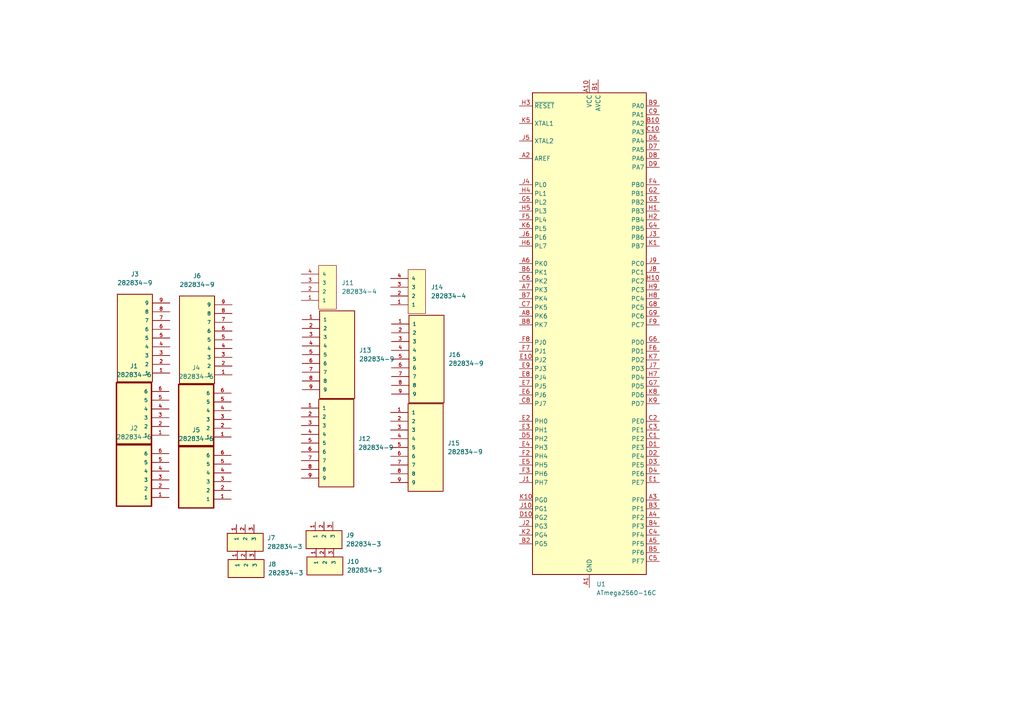
<source format=kicad_sch>
(kicad_sch (version 20211123) (generator eeschema)
  (paper "A4")
  (lib_symbols
    (symbol "MCU_Microchip_ATmega:ATmega2560-16C"
      (property "Reference" "U" (at 0 1.27 0))
      (property "Value" "ATmega2560-16C" (at 0 -1.27 0))
      (symbol "ATmega2560-16C_0_1"
        (rectangle (start -16.51 -69.85) (end 16.51 69.85) (stroke (width 0.254)) (fill (type background)))
      )
      (symbol "ATmega2560-16C_1_1"
        (pin power_in line (at 0 -73.66 90) (length 3.81) (name "GND") (number "A1"))
        (pin power_in line (at 0 73.66 270) (length 3.81) (name "VCC") (number "A10"))
        (pin passive line (at -20.32 50.8 0) (length 3.81) (name "AREF") (number "A2"))
        (pin bidirectional line (at 20.32 -48.26 180) (length 3.81) (name "PF0") (number "A3"))
        (pin bidirectional line (at 20.32 -53.34 180) (length 3.81) (name "PF2") (number "A4"))
        (pin bidirectional line (at 20.32 -60.96 180) (length 3.81) (name "PF5") (number "A5"))
        (pin bidirectional line (at -20.32 20.32 0) (length 3.81) (name "PK0") (number "A6"))
        (pin bidirectional line (at -20.32 12.7 0) (length 3.81) (name "PK3") (number "A7"))
        (pin bidirectional line (at -20.32 5.08 0) (length 3.81) (name "PK6") (number "A8"))
        (pin passive line (at 0 -73.66 90) (length 3.81) hide (name "GND") (number "A9"))
        (pin power_in line (at 2.54 73.66 270) (length 3.81) (name "AVCC") (number "B1"))
        (pin bidirectional line (at 20.32 60.96 180) (length 3.81) (name "PA2") (number "B10"))
        (pin bidirectional line (at -20.32 -60.96 0) (length 3.81) (name "PG5") (number "B2"))
        (pin bidirectional line (at 20.32 -50.8 180) (length 3.81) (name "PF1") (number "B3"))
        (pin bidirectional line (at 20.32 -55.88 180) (length 3.81) (name "PF3") (number "B4"))
        (pin bidirectional line (at 20.32 -63.5 180) (length 3.81) (name "PF6") (number "B5"))
        (pin bidirectional line (at -20.32 17.78 0) (length 3.81) (name "PK1") (number "B6"))
        (pin bidirectional line (at -20.32 10.16 0) (length 3.81) (name "PK4") (number "B7"))
        (pin bidirectional line (at -20.32 2.54 0) (length 3.81) (name "PK7") (number "B8"))
        (pin bidirectional line (at 20.32 66.04 180) (length 3.81) (name "PA0") (number "B9"))
        (pin bidirectional line (at 20.32 -30.48 180) (length 3.81) (name "PE2") (number "C1"))
        (pin bidirectional line (at 20.32 58.42 180) (length 3.81) (name "PA3") (number "C10"))
        (pin bidirectional line (at 20.32 -25.4 180) (length 3.81) (name "PE0") (number "C2"))
        (pin bidirectional line (at 20.32 -27.94 180) (length 3.81) (name "PE1") (number "C3"))
        (pin bidirectional line (at 20.32 -58.42 180) (length 3.81) (name "PF4") (number "C4"))
        (pin bidirectional line (at 20.32 -66.04 180) (length 3.81) (name "PF7") (number "C5"))
        (pin bidirectional line (at -20.32 15.24 0) (length 3.81) (name "PK2") (number "C6"))
        (pin bidirectional line (at -20.32 7.62 0) (length 3.81) (name "PK5") (number "C7"))
        (pin bidirectional line (at -20.32 -20.32 0) (length 3.81) (name "PJ7") (number "C8"))
        (pin bidirectional line (at 20.32 63.5 180) (length 3.81) (name "PA1") (number "C9"))
        (pin bidirectional line (at 20.32 -33.02 180) (length 3.81) (name "PE3") (number "D1"))
        (pin bidirectional line (at -20.32 -53.34 0) (length 3.81) (name "PG2") (number "D10"))
        (pin bidirectional line (at 20.32 -35.56 180) (length 3.81) (name "PE4") (number "D2"))
        (pin bidirectional line (at 20.32 -38.1 180) (length 3.81) (name "PE5") (number "D3"))
        (pin bidirectional line (at 20.32 -40.64 180) (length 3.81) (name "PE6") (number "D4"))
        (pin bidirectional line (at -20.32 -30.48 0) (length 3.81) (name "PH2") (number "D5"))
        (pin bidirectional line (at 20.32 55.88 180) (length 3.81) (name "PA4") (number "D6"))
        (pin bidirectional line (at 20.32 53.34 180) (length 3.81) (name "PA5") (number "D7"))
        (pin bidirectional line (at 20.32 50.8 180) (length 3.81) (name "PA6") (number "D8"))
        (pin bidirectional line (at 20.32 48.26 180) (length 3.81) (name "PA7") (number "D9"))
        (pin bidirectional line (at 20.32 -43.18 180) (length 3.81) (name "PE7") (number "E1"))
        (pin bidirectional line (at -20.32 -7.62 0) (length 3.81) (name "PJ2") (number "E10"))
        (pin bidirectional line (at -20.32 -25.4 0) (length 3.81) (name "PH0") (number "E2"))
        (pin bidirectional line (at -20.32 -27.94 0) (length 3.81) (name "PH1") (number "E3"))
        (pin bidirectional line (at -20.32 -33.02 0) (length 3.81) (name "PH3") (number "E4"))
        (pin bidirectional line (at -20.32 -38.1 0) (length 3.81) (name "PH5") (number "E5"))
        (pin bidirectional line (at -20.32 -17.78 0) (length 3.81) (name "PJ6") (number "E6"))
        (pin bidirectional line (at -20.32 -15.24 0) (length 3.81) (name "PJ5") (number "E7"))
        (pin bidirectional line (at -20.32 -12.7 0) (length 3.81) (name "PJ4") (number "E8"))
        (pin bidirectional line (at -20.32 -10.16 0) (length 3.81) (name "PJ3") (number "E9"))
        (pin passive line (at 0 73.66 270) (length 3.81) hide (name "VCC") (number "F1"))
        (pin passive line (at 0 -73.66 90) (length 3.81) hide (name "GND") (number "F10"))
        (pin bidirectional line (at -20.32 -35.56 0) (length 3.81) (name "PH4") (number "F2"))
        (pin bidirectional line (at -20.32 -40.64 0) (length 3.81) (name "PH6") (number "F3"))
        (pin bidirectional line (at 20.32 43.18 180) (length 3.81) (name "PB0") (number "F4"))
        (pin bidirectional line (at -20.32 33.02 0) (length 3.81) (name "PL4") (number "F5"))
        (pin bidirectional line (at 20.32 -5.08 180) (length 3.81) (name "PD1") (number "F6"))
        (pin bidirectional line (at -20.32 -5.08 0) (length 3.81) (name "PJ1") (number "F7"))
        (pin bidirectional line (at -20.32 -2.54 0) (length 3.81) (name "PJ0") (number "F8"))
        (pin bidirectional line (at 20.32 2.54 180) (length 3.81) (name "PC7") (number "F9"))
        (pin passive line (at 0 -73.66 90) (length 3.81) hide (name "GND") (number "G1"))
        (pin passive line (at 0 73.66 270) (length 3.81) hide (name "VCC") (number "G10"))
        (pin bidirectional line (at 20.32 40.64 180) (length 3.81) (name "PB1") (number "G2"))
        (pin bidirectional line (at 20.32 38.1 180) (length 3.81) (name "PB2") (number "G3"))
        (pin bidirectional line (at 20.32 30.48 180) (length 3.81) (name "PB5") (number "G4"))
        (pin bidirectional line (at -20.32 38.1 0) (length 3.81) (name "PL2") (number "G5"))
        (pin bidirectional line (at 20.32 -2.54 180) (length 3.81) (name "PD0") (number "G6"))
        (pin bidirectional line (at 20.32 -15.24 180) (length 3.81) (name "PD5") (number "G7"))
        (pin bidirectional line (at 20.32 7.62 180) (length 3.81) (name "PC5") (number "G8"))
        (pin bidirectional line (at 20.32 5.08 180) (length 3.81) (name "PC6") (number "G9"))
        (pin bidirectional line (at 20.32 35.56 180) (length 3.81) (name "PB3") (number "H1"))
        (pin bidirectional line (at 20.32 15.24 180) (length 3.81) (name "PC2") (number "H10"))
        (pin bidirectional line (at 20.32 33.02 180) (length 3.81) (name "PB4") (number "H2"))
        (pin input line (at -20.32 66.04 0) (length 3.81) (name "~{RESET}") (number "H3"))
        (pin bidirectional line (at -20.32 40.64 0) (length 3.81) (name "PL1") (number "H4"))
        (pin bidirectional line (at -20.32 35.56 0) (length 3.81) (name "PL3") (number "H5"))
        (pin bidirectional line (at -20.32 25.4 0) (length 3.81) (name "PL7") (number "H6"))
        (pin bidirectional line (at 20.32 -12.7 180) (length 3.81) (name "PD4") (number "H7"))
        (pin bidirectional line (at 20.32 10.16 180) (length 3.81) (name "PC4") (number "H8"))
        (pin bidirectional line (at 20.32 12.7 180) (length 3.81) (name "PC3") (number "H9"))
        (pin bidirectional line (at -20.32 -43.18 0) (length 3.81) (name "PH7") (number "J1"))
        (pin bidirectional line (at -20.32 -50.8 0) (length 3.81) (name "PG1") (number "J10"))
        (pin bidirectional line (at -20.32 -55.88 0) (length 3.81) (name "PG3") (number "J2"))
        (pin bidirectional line (at 20.32 27.94 180) (length 3.81) (name "PB6") (number "J3"))
        (pin bidirectional line (at -20.32 43.18 0) (length 3.81) (name "PL0") (number "J4"))
        (pin output line (at -20.32 55.88 0) (length 3.81) (name "XTAL2") (number "J5"))
        (pin bidirectional line (at -20.32 27.94 0) (length 3.81) (name "PL6") (number "J6"))
        (pin bidirectional line (at 20.32 -10.16 180) (length 3.81) (name "PD3") (number "J7"))
        (pin bidirectional line (at 20.32 17.78 180) (length 3.81) (name "PC1") (number "J8"))
        (pin bidirectional line (at 20.32 20.32 180) (length 3.81) (name "PC0") (number "J9"))
        (pin bidirectional line (at 20.32 25.4 180) (length 3.81) (name "PB7") (number "K1"))
        (pin bidirectional line (at -20.32 -48.26 0) (length 3.81) (name "PG0") (number "K10"))
        (pin bidirectional line (at -20.32 -58.42 0) (length 3.81) (name "PG4") (number "K2"))
        (pin passive line (at 0 73.66 270) (length 3.81) hide (name "VCC") (number "K3"))
        (pin passive line (at 0 -73.66 90) (length 3.81) hide (name "GND") (number "K4"))
        (pin input line (at -20.32 60.96 0) (length 3.81) (name "XTAL1") (number "K5"))
        (pin bidirectional line (at -20.32 30.48 0) (length 3.81) (name "PL5") (number "K6"))
        (pin bidirectional line (at 20.32 -7.62 180) (length 3.81) (name "PD2") (number "K7"))
        (pin bidirectional line (at 20.32 -17.78 180) (length 3.81) (name "PD6") (number "K8"))
        (pin bidirectional line (at 20.32 -20.32 180) (length 3.81) (name "PD7") (number "K9"))
      )
    )
    (symbol "Rosta 3:282834-3" (pin_names (offset 1.016))
      (property "Reference" "J" (at -2.7957 5.5913 0))
      (property "Value" "282834-3" (at -2.7945 -6.6053 0))
      (symbol "282834-3_0_0"
        (rectangle (start -2.667 -5.207) (end 2.54 5.207) (stroke (width 0.254)) (fill (type background)))
        (pin passive line (at 5.08 2.54 180) (length 2.54) (name "1") (number "1"))
        (pin passive line (at 5.08 0 180) (length 2.54) (name "2") (number "2"))
        (pin passive line (at 5.08 -2.54 180) (length 2.54) (name "3") (number "3"))
      )
    )
    (symbol "Rosta 4:282834-4" (pin_names (offset 1.016))
      (property "Reference" "J" (at -2.29 8.3968 0))
      (property "Value" "282834-4" (at -2.5402 -7.3666 0))
      (symbol "282834-4_0_0"
        (rectangle (start -2.54 -5.08) (end 2.54 7.62) (stroke (width 0.1524)) (fill (type background)))
        (pin passive line (at 7.62 5.08 180) (length 5.08) (name "1") (number "1"))
        (pin passive line (at 7.62 2.54 180) (length 5.08) (name "2") (number "2"))
        (pin passive line (at 7.62 0 180) (length 5.08) (name "3") (number "3"))
        (pin passive line (at 7.62 -2.54 180) (length 5.08) (name "4") (number "4"))
      )
    )
    (symbol "Rosta 6:282834-6" (pin_names (offset 1.016))
      (property "Reference" "J" (at 0 15.266 0))
      (property "Value" "282834-6" (at 0 -12.7242 0))
      (symbol "282834-6_0_0"
        (rectangle (start -5.08 -7.62) (end 5.08 10.16) (stroke (width 0.4064)) (fill (type background)))
        (pin passive line (at -10.16 7.62 0) (length 5.08) (name "1") (number "1"))
        (pin passive line (at -10.16 5.08 0) (length 5.08) (name "2") (number "2"))
        (pin passive line (at -10.16 2.54 0) (length 5.08) (name "3") (number "3"))
        (pin passive line (at -10.16 0 0) (length 5.08) (name "4") (number "4"))
        (pin passive line (at -10.16 -2.54 0) (length 5.08) (name "5") (number "5"))
        (pin passive line (at -10.16 -5.08 0) (length 5.08) (name "6") (number "6"))
      )
    )
    (symbol "Rosta 9:282834-9" (pin_names (offset 1.016))
      (property "Reference" "J" (at -5.58 12.7 0))
      (property "Value" "282834-9" (at -5.08 -15.24 0))
      (symbol "282834-9_0_0"
        (rectangle (start -5.08 -12.7) (end 5.08 12.7) (stroke (width 0.254)) (fill (type background)))
        (pin passive line (at -10.16 10.16 0) (length 5.08) (name "1") (number "1"))
        (pin passive line (at -10.16 7.62 0) (length 5.08) (name "2") (number "2"))
        (pin passive line (at -10.16 5.08 0) (length 5.08) (name "3") (number "3"))
        (pin passive line (at -10.16 2.54 0) (length 5.08) (name "4") (number "4"))
        (pin passive line (at -10.16 0 0) (length 5.08) (name "5") (number "5"))
        (pin passive line (at -10.16 -2.54 0) (length 5.08) (name "6") (number "6"))
        (pin passive line (at -10.16 -5.08 0) (length 5.08) (name "7") (number "7"))
        (pin passive line (at -10.16 -7.62 0) (length 5.08) (name "8") (number "8"))
        (pin passive line (at -10.16 -10.16 0) (length 5.08) (name "9") (number "9"))
      )
    )
  )
  (symbol (lib_id "Rosta 3:282834-3") (at 71.12 157.226 90) (unit 1)
    (property "Reference" "J7" (at 77.47 156.0194 90) (effects (justify right)))
    (property "Value" "282834-3" (at 77.47 158.5594 90) (effects (justify right)))
    (property "Footprint" "rosta:Rosta 3" (effects hide))
    (property "Comment" "282834-3" (effects hide))
    (property "EU_RoHS_Compliance" "Compliant with Exemptions" (effects hide))
  )
  (symbol (lib_id "Rosta 6:282834-6") (at 38.862 118.618 180) (unit 1)
    (property "Reference" "J1" (at 38.862 106.172 0))
    (property "Value" "282834-6" (at 38.862 108.712 0))
    (property "Footprint" "rosta:Rosta 6" (effects hide))
    (property "Comment" "282834-6" (effects hide))
    (property "EU_RoHS_Compliance" "Compliant with Exemptions" (effects hide))
  )
  (symbol (lib_id "Rosta 4:282834-4") (at 120.904 83.312 180) (unit 1)
    (property "Reference" "J14" (at 124.968 83.3119 0) (effects (justify right)))
    (property "Value" "282834-4" (at 124.968 85.8519 0) (effects (justify right)))
    (property "Footprint" "rosta:Rosta 4" (effects hide))
    (property "Comment" "282834-4" (effects hide))
    (property "EU_RoHS_Compliance" "Compliant with Exemptions" (effects hide))
  )
  (symbol (lib_id "Rosta 3:282834-3") (at 93.98 156.464 90) (unit 1)
    (property "Reference" "J9" (at 100.33 155.2574 90) (effects (justify right)))
    (property "Value" "282834-3" (at 100.33 157.7974 90) (effects (justify right)))
    (property "Footprint" "rosta:Rosta 3" (effects hide))
    (property "Comment" "282834-3" (effects hide))
    (property "EU_RoHS_Compliance" "Compliant with Exemptions" (effects hide))
  )
  (symbol (lib_id "Rosta 9:282834-9") (at 97.536 128.524 0) (unit 1)
    (property "Reference" "J12" (at 103.886 127.2539 0) (effects (justify left)))
    (property "Value" "282834-9" (at 103.886 129.7939 0) (effects (justify left)))
    (property "Footprint" "rosta:Rosta 9" (effects hide))
    (property "Comment" "282834-9" (effects hide))
    (property "EU_RoHS_Compliance" "Compliant with Exemptions" (effects hide))
  )
  (symbol (lib_id "Rosta 9:282834-9") (at 123.698 104.14 0) (unit 1)
    (property "Reference" "J16" (at 130.048 102.8699 0) (effects (justify left)))
    (property "Value" "282834-9" (at 130.048 105.4099 0) (effects (justify left)))
    (property "Footprint" "rosta:Rosta 9" (effects hide))
    (property "Comment" "282834-9" (effects hide))
    (property "EU_RoHS_Compliance" "Compliant with Exemptions" (effects hide))
  )
  (symbol (lib_id "Rosta 4:282834-4") (at 94.996 82.042 180) (unit 1)
    (property "Reference" "J11" (at 99.06 82.0419 0) (effects (justify right)))
    (property "Value" "282834-4" (at 99.06 84.5819 0) (effects (justify right)))
    (property "Footprint" "rosta:Rosta 4" (effects hide))
    (property "Comment" "282834-4" (effects hide))
    (property "EU_RoHS_Compliance" "Compliant with Exemptions" (effects hide))
  )
  (symbol (lib_id "Rosta 3:282834-3") (at 71.374 164.846 90) (unit 1)
    (property "Reference" "J8" (at 77.724 163.6394 90) (effects (justify right)))
    (property "Value" "282834-3" (at 77.724 166.1794 90) (effects (justify right)))
    (property "Footprint" "rosta:Rosta 3" (effects hide))
    (property "Comment" "282834-3" (effects hide))
    (property "EU_RoHS_Compliance" "Compliant with Exemptions" (effects hide))
  )
  (symbol (lib_id "Rosta 6:282834-6") (at 56.896 119.126 180) (unit 1)
    (property "Reference" "J4" (at 56.896 106.68 0))
    (property "Value" "282834-6" (at 56.896 109.22 0))
    (property "Footprint" "rosta:Rosta 6" (effects hide))
    (property "Comment" "282834-6" (effects hide))
    (property "EU_RoHS_Compliance" "Compliant with Exemptions" (effects hide))
  )
  (symbol (lib_id "Rosta 6:282834-6") (at 38.862 136.652 180) (unit 1)
    (property "Reference" "J2" (at 38.862 124.206 0))
    (property "Value" "282834-6" (at 38.862 126.746 0))
    (property "Footprint" "rosta:Rosta 6" (effects hide))
    (property "Comment" "282834-6" (effects hide))
    (property "EU_RoHS_Compliance" "Compliant with Exemptions" (effects hide))
  )
  (symbol (lib_id "Rosta 6:282834-6") (at 56.896 137.16 180) (unit 1)
    (property "Reference" "J5" (at 56.896 124.714 0))
    (property "Value" "282834-6" (at 56.896 127.254 0))
    (property "Footprint" "rosta:Rosta 6" (effects hide))
    (property "Comment" "282834-6" (effects hide))
    (property "EU_RoHS_Compliance" "Compliant with Exemptions" (effects hide))
  )
  (symbol (lib_id "Rosta 9:282834-9") (at 97.79 102.87 0) (unit 1)
    (property "Reference" "J13" (at 104.14 101.5999 0) (effects (justify left)))
    (property "Value" "282834-9" (at 104.14 104.1399 0) (effects (justify left)))
    (property "Footprint" "rosta:Rosta 9" (effects hide))
    (property "Comment" "282834-9" (effects hide))
    (property "EU_RoHS_Compliance" "Compliant with Exemptions" (effects hide))
  )
  (symbol (lib_id "Rosta 9:282834-9") (at 123.444 129.794 0) (unit 1)
    (property "Reference" "J15" (at 129.794 128.5239 0) (effects (justify left)))
    (property "Value" "282834-9" (at 129.794 131.0639 0) (effects (justify left)))
    (property "Footprint" "rosta:Rosta 9" (effects hide))
    (property "Comment" "282834-9" (effects hide))
    (property "EU_RoHS_Compliance" "Compliant with Exemptions" (effects hide))
  )
  (symbol (lib_id "MCU_Microchip_ATmega:ATmega2560-16C") (at 170.942 96.774 0) (unit 1)
    (property "Reference" "U1" (at 172.9614 169.418 0) (effects (justify left)))
    (property "Value" "ATmega2560-16C" (at 172.9614 171.958 0) (effects (justify left)))
    (property "Footprint" "maga pro:MODULE_MEGA_PRO_EMBED_CH340G___ATMEGA2560" (effects hide))
    (property "Datasheet" "http://ww1.microchip.com/downloads/en/DeviceDoc/Atmel-2549-8-bit-AVR-Microcontroller-ATmega640-1280-1281-2560-2561_datasheet.pdf" (effects hide))
  )
  (symbol (lib_id "Rosta 9:282834-9") (at 57.15 98.552 180) (unit 1)
    (property "Reference" "J6" (at 57.15 80.01 0))
    (property "Value" "282834-9" (at 57.15 82.55 0))
    (property "Footprint" "rosta:Rosta 9" (effects hide))
    (property "Comment" "282834-9" (effects hide))
    (property "EU_RoHS_Compliance" "Compliant with Exemptions" (effects hide))
  )
  (symbol (lib_id "Rosta 9:282834-9") (at 39.116 98.044 180) (unit 1)
    (property "Reference" "J3" (at 39.116 79.502 0))
    (property "Value" "282834-9" (at 39.116 82.042 0))
    (property "Footprint" "rosta:Rosta 9" (effects hide))
    (property "Comment" "282834-9" (effects hide))
    (property "EU_RoHS_Compliance" "Compliant with Exemptions" (effects hide))
  )
  (symbol (lib_id "Rosta 3:282834-3") (at 94.234 164.084 90) (unit 1)
    (property "Reference" "J10" (at 100.584 162.8774 90) (effects (justify right)))
    (property "Value" "282834-3" (at 100.584 165.4174 90) (effects (justify right)))
    (property "Footprint" "rosta:Rosta 3" (effects hide))
    (property "Comment" "282834-3" (effects hide))
    (property "EU_RoHS_Compliance" "Compliant with Exemptions" (effects hide))
  )
)
</source>
